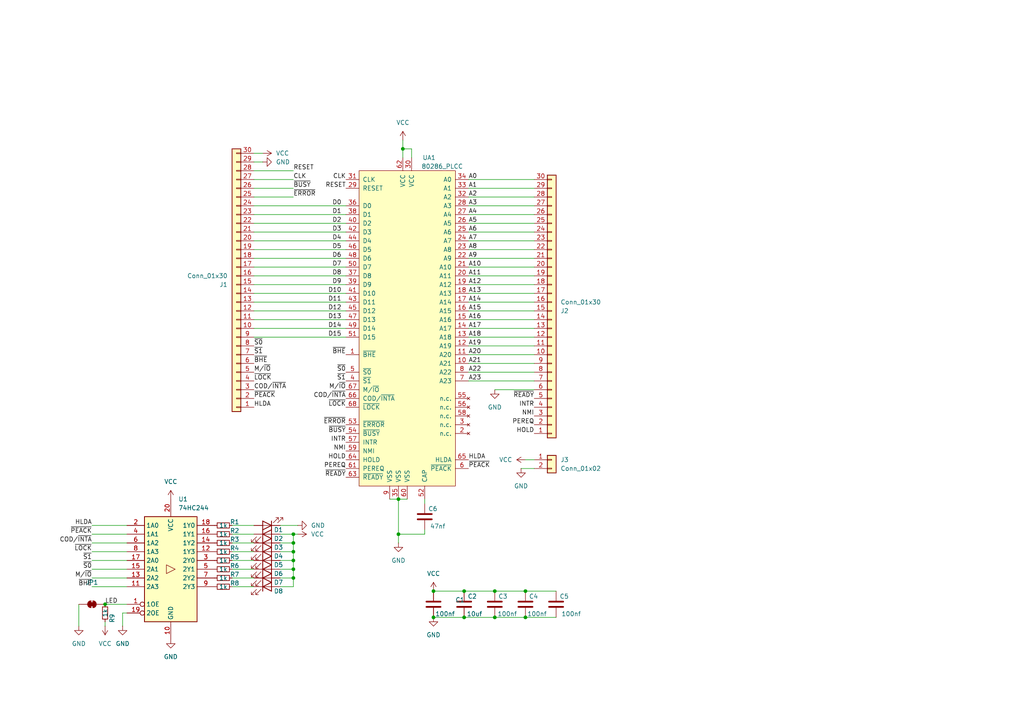
<source format=kicad_sch>
(kicad_sch (version 20231120) (generator "eeschema") (generator_version "8.0")
  (paper "A4")
  (lib_symbols
    (symbol "74xx:74HC244"
      (property "Reference" "U" (at -7.62 16.51 0))
      (property "Value" "74HC244" (at -7.62 -16.51 0))
      (symbol "74HC244_1_0"
        (polyline (pts (xy 1.27 0) (xy -1.27 1.27) (xy -1.27 -1.27) (xy 1.27 0)) (stroke (width 0.1524)))
        (pin input inverted (at -12.7 -10.16 0) (length 5.08) (name "1OE") (number "1"))
        (pin power_in line (at 0 -20.32 90) (length 5.08) (name "GND") (number "10"))
        (pin input line (at -12.7 -5.08 0) (length 5.08) (name "2A3") (number "11"))
        (pin tri_state line (at 12.7 5.08 180) (length 5.08) (name "1Y3") (number "12"))
        (pin input line (at -12.7 -2.54 0) (length 5.08) (name "2A2") (number "13"))
        (pin tri_state line (at 12.7 7.62 180) (length 5.08) (name "1Y2") (number "14"))
        (pin input line (at -12.7 0 0) (length 5.08) (name "2A1") (number "15"))
        (pin tri_state line (at 12.7 10.16 180) (length 5.08) (name "1Y1") (number "16"))
        (pin input line (at -12.7 2.54 0) (length 5.08) (name "2A0") (number "17"))
        (pin tri_state line (at 12.7 12.7 180) (length 5.08) (name "1Y0") (number "18"))
        (pin input inverted (at -12.7 -12.7 0) (length 5.08) (name "2OE") (number "19"))
        (pin input line (at -12.7 12.7 0) (length 5.08) (name "1A0") (number "2"))
        (pin power_in line (at 0 20.32 270) (length 5.08) (name "VCC") (number "20"))
        (pin tri_state line (at 12.7 2.54 180) (length 5.08) (name "2Y0") (number "3"))
        (pin input line (at -12.7 10.16 0) (length 5.08) (name "1A1") (number "4"))
        (pin tri_state line (at 12.7 0 180) (length 5.08) (name "2Y1") (number "5"))
        (pin input line (at -12.7 7.62 0) (length 5.08) (name "1A2") (number "6"))
        (pin tri_state line (at 12.7 -2.54 180) (length 5.08) (name "2Y2") (number "7"))
        (pin input line (at -12.7 5.08 0) (length 5.08) (name "1A3") (number "8"))
        (pin tri_state line (at 12.7 -5.08 180) (length 5.08) (name "2Y3") (number "9"))
      )
      (symbol "74HC244_1_1"
        (rectangle (start -7.62 15.24) (end 7.62 -15.24) (stroke (width 0.254)) (fill (type background)))
      )
    )
    (symbol "80286_plcc:80286_PLCC" (pin_names (offset 1.016))
      (property "Reference" "UA1" (at 20.32 3.81 0))
      (property "Value" "80286_PLCC" (at 24.13 1.27 0))
      (symbol "80286_PLCC_0_1"
        (rectangle (start 0 0) (end 27.94 -91.44) (fill (type background)))
      )
      (symbol "80286_PLCC_1_1"
        (pin tri_state line (at -3.81 -53.34 0) (length 3.81) (name "~{BHE}") (number "1"))
        (pin tri_state line (at 31.75 -55.88 180) (length 3.81) (name "A21") (number "10"))
        (pin tri_state line (at 31.75 -53.34 180) (length 3.81) (name "A20") (number "11"))
        (pin tri_state line (at 31.75 -50.8 180) (length 3.81) (name "A19") (number "12"))
        (pin tri_state line (at 31.75 -48.26 180) (length 3.81) (name "A18") (number "13"))
        (pin tri_state line (at 31.75 -45.72 180) (length 3.81) (name "A17") (number "14"))
        (pin tri_state line (at 31.75 -43.18 180) (length 3.81) (name "A16") (number "15"))
        (pin tri_state line (at 31.75 -40.64 180) (length 3.81) (name "A15") (number "16"))
        (pin tri_state line (at 31.75 -38.1 180) (length 3.81) (name "A14") (number "17"))
        (pin tri_state line (at 31.75 -35.56 180) (length 3.81) (name "A13") (number "18"))
        (pin tri_state line (at 31.75 -33.02 180) (length 3.81) (name "A12") (number "19"))
        (pin no_connect line (at 31.75 -76.2 180) (length 3.81) (name "n.c.") (number "2"))
        (pin tri_state line (at 31.75 -30.48 180) (length 3.81) (name "A11") (number "20"))
        (pin tri_state line (at 31.75 -27.94 180) (length 3.81) (name "A10") (number "21"))
        (pin tri_state line (at 31.75 -25.4 180) (length 3.81) (name "A9") (number "22"))
        (pin tri_state line (at 31.75 -22.86 180) (length 3.81) (name "A8") (number "23"))
        (pin tri_state line (at 31.75 -20.32 180) (length 3.81) (name "A7") (number "24"))
        (pin tri_state line (at 31.75 -17.78 180) (length 3.81) (name "A6") (number "25"))
        (pin tri_state line (at 31.75 -15.24 180) (length 3.81) (name "A5") (number "26"))
        (pin tri_state line (at 31.75 -12.7 180) (length 3.81) (name "A4") (number "27"))
        (pin tri_state line (at 31.75 -10.16 180) (length 3.81) (name "A3") (number "28"))
        (pin input line (at -3.81 -5.08 0) (length 3.81) (name "RESET") (number "29"))
        (pin no_connect line (at 31.75 -73.66 180) (length 3.81) (name "n.c.") (number "3"))
        (pin power_in line (at 15.24 3.81 270) (length 3.81) (name "VCC") (number "30"))
        (pin input line (at -3.81 -2.54 0) (length 3.81) (name "CLK") (number "31"))
        (pin tri_state line (at 31.75 -7.62 180) (length 3.81) (name "A2") (number "32"))
        (pin tri_state line (at 31.75 -5.08 180) (length 3.81) (name "A1") (number "33"))
        (pin tri_state line (at 31.75 -2.54 180) (length 3.81) (name "A0") (number "34"))
        (pin power_in line (at 11.43 -95.25 90) (length 3.81) (name "VSS") (number "35"))
        (pin bidirectional line (at -3.81 -10.16 0) (length 3.81) (name "D0") (number "36"))
        (pin bidirectional line (at -3.81 -30.48 0) (length 3.81) (name "D8") (number "37"))
        (pin bidirectional line (at -3.81 -12.7 0) (length 3.81) (name "D1") (number "38"))
        (pin bidirectional line (at -3.81 -33.02 0) (length 3.81) (name "D9") (number "39"))
        (pin tri_state line (at -3.81 -60.96 0) (length 3.81) (name "~{S1}") (number "4"))
        (pin bidirectional line (at -3.81 -15.24 0) (length 3.81) (name "D2") (number "40"))
        (pin bidirectional line (at -3.81 -35.56 0) (length 3.81) (name "D10") (number "41"))
        (pin bidirectional line (at -3.81 -17.78 0) (length 3.81) (name "D3") (number "42"))
        (pin bidirectional line (at -3.81 -38.1 0) (length 3.81) (name "D11") (number "43"))
        (pin bidirectional line (at -3.81 -20.32 0) (length 3.81) (name "D4") (number "44"))
        (pin bidirectional line (at -3.81 -40.64 0) (length 3.81) (name "D12") (number "45"))
        (pin bidirectional line (at -3.81 -22.86 0) (length 3.81) (name "D5") (number "46"))
        (pin bidirectional line (at -3.81 -43.18 0) (length 3.81) (name "D13") (number "47"))
        (pin bidirectional line (at -3.81 -25.4 0) (length 3.81) (name "D6") (number "48"))
        (pin bidirectional line (at -3.81 -45.72 0) (length 3.81) (name "D14") (number "49"))
        (pin tri_state line (at -3.81 -58.42 0) (length 3.81) (name "~{S0}") (number "5"))
        (pin bidirectional line (at -3.81 -27.94 0) (length 3.81) (name "D7") (number "50"))
        (pin bidirectional line (at -3.81 -48.26 0) (length 3.81) (name "D15") (number "51"))
        (pin passive line (at 19.05 -95.25 90) (length 3.81) (name "CAP") (number "52"))
        (pin input line (at -3.81 -73.66 0) (length 3.81) (name "~{ERROR}") (number "53"))
        (pin input line (at -3.81 -76.2 0) (length 3.81) (name "~{BUSY}") (number "54"))
        (pin no_connect line (at 31.75 -66.04 180) (length 3.81) (name "n.c.") (number "55"))
        (pin no_connect line (at 31.75 -68.58 180) (length 3.81) (name "n.c.") (number "56"))
        (pin input line (at -3.81 -78.74 0) (length 3.81) (name "INTR") (number "57"))
        (pin no_connect line (at 31.75 -71.12 180) (length 3.81) (name "n.c.") (number "58"))
        (pin input line (at -3.81 -81.28 0) (length 3.81) (name "NMI") (number "59"))
        (pin tri_state line (at 31.75 -86.36 180) (length 3.81) (name "~{PEACK}") (number "6"))
        (pin power_in line (at 13.97 -95.25 90) (length 3.81) (name "VSS") (number "60"))
        (pin input line (at -3.81 -86.36 0) (length 3.81) (name "PEREQ") (number "61"))
        (pin power_in line (at 12.7 3.81 270) (length 3.81) (name "VCC") (number "62"))
        (pin input line (at -3.81 -88.9 0) (length 3.81) (name "~{READY}") (number "63"))
        (pin input line (at -3.81 -83.82 0) (length 3.81) (name "HOLD") (number "64"))
        (pin output line (at 31.75 -83.82 180) (length 3.81) (name "HLDA") (number "65"))
        (pin tri_state line (at -3.81 -66.04 0) (length 3.81) (name "COD/~{INTA}") (number "66"))
        (pin tri_state line (at -3.81 -63.5 0) (length 3.81) (name "M/~{IO}") (number "67"))
        (pin tri_state line (at -3.81 -68.58 0) (length 3.81) (name "~{LOCK}") (number "68"))
        (pin tri_state line (at 31.75 -60.96 180) (length 3.81) (name "A23") (number "7"))
        (pin tri_state line (at 31.75 -58.42 180) (length 3.81) (name "A22") (number "8"))
        (pin power_in line (at 8.89 -95.25 90) (length 3.81) (name "VSS") (number "9"))
      )
    )
    (symbol "Connector_Generic:Conn_01x02" (pin_names (offset 1.016) hide)
      (property "Reference" "J" (at 0 2.54 0))
      (property "Value" "Conn_01x02" (at 0 -5.08 0))
      (symbol "Conn_01x02_1_1"
        (rectangle (start -1.27 -2.413) (end 0 -2.667) (stroke (width 0.1524)))
        (rectangle (start -1.27 0.127) (end 0 -0.127) (stroke (width 0.1524)))
        (rectangle (start -1.27 1.27) (end 1.27 -3.81) (stroke (width 0.254)) (fill (type background)))
        (pin passive line (at -5.08 0 0) (length 3.81) (name "Pin_1") (number "1"))
        (pin passive line (at -5.08 -2.54 0) (length 3.81) (name "Pin_2") (number "2"))
      )
    )
    (symbol "Connector_Generic:Conn_01x30" (pin_names (offset 1.016) hide)
      (property "Reference" "J" (at 0 38.1 0))
      (property "Value" "Conn_01x30" (at 0 -40.64 0))
      (symbol "Conn_01x30_1_1"
        (rectangle (start -1.27 -37.973) (end 0 -38.227) (stroke (width 0.1524)))
        (rectangle (start -1.27 -35.433) (end 0 -35.687) (stroke (width 0.1524)))
        (rectangle (start -1.27 -32.893) (end 0 -33.147) (stroke (width 0.1524)))
        (rectangle (start -1.27 -30.353) (end 0 -30.607) (stroke (width 0.1524)))
        (rectangle (start -1.27 -27.813) (end 0 -28.067) (stroke (width 0.1524)))
        (rectangle (start -1.27 -25.273) (end 0 -25.527) (stroke (width 0.1524)))
        (rectangle (start -1.27 -22.733) (end 0 -22.987) (stroke (width 0.1524)))
        (rectangle (start -1.27 -20.193) (end 0 -20.447) (stroke (width 0.1524)))
        (rectangle (start -1.27 -17.653) (end 0 -17.907) (stroke (width 0.1524)))
        (rectangle (start -1.27 -15.113) (end 0 -15.367) (stroke (width 0.1524)))
        (rectangle (start -1.27 -12.573) (end 0 -12.827) (stroke (width 0.1524)))
        (rectangle (start -1.27 -10.033) (end 0 -10.287) (stroke (width 0.1524)))
        (rectangle (start -1.27 -7.493) (end 0 -7.747) (stroke (width 0.1524)))
        (rectangle (start -1.27 -4.953) (end 0 -5.207) (stroke (width 0.1524)))
        (rectangle (start -1.27 -2.413) (end 0 -2.667) (stroke (width 0.1524)))
        (rectangle (start -1.27 0.127) (end 0 -0.127) (stroke (width 0.1524)))
        (rectangle (start -1.27 2.667) (end 0 2.413) (stroke (width 0.1524)))
        (rectangle (start -1.27 5.207) (end 0 4.953) (stroke (width 0.1524)))
        (rectangle (start -1.27 7.747) (end 0 7.493) (stroke (width 0.1524)))
        (rectangle (start -1.27 10.287) (end 0 10.033) (stroke (width 0.1524)))
        (rectangle (start -1.27 12.827) (end 0 12.573) (stroke (width 0.1524)))
        (rectangle (start -1.27 15.367) (end 0 15.113) (stroke (width 0.1524)))
        (rectangle (start -1.27 17.907) (end 0 17.653) (stroke (width 0.1524)))
        (rectangle (start -1.27 20.447) (end 0 20.193) (stroke (width 0.1524)))
        (rectangle (start -1.27 22.987) (end 0 22.733) (stroke (width 0.1524)))
        (rectangle (start -1.27 25.527) (end 0 25.273) (stroke (width 0.1524)))
        (rectangle (start -1.27 28.067) (end 0 27.813) (stroke (width 0.1524)))
        (rectangle (start -1.27 30.607) (end 0 30.353) (stroke (width 0.1524)))
        (rectangle (start -1.27 33.147) (end 0 32.893) (stroke (width 0.1524)))
        (rectangle (start -1.27 35.687) (end 0 35.433) (stroke (width 0.1524)))
        (rectangle (start -1.27 36.83) (end 1.27 -39.37) (stroke (width 0.254)) (fill (type background)))
        (pin passive line (at -5.08 35.56 0) (length 3.81) (name "Pin_1") (number "1"))
        (pin passive line (at -5.08 12.7 0) (length 3.81) (name "Pin_10") (number "10"))
        (pin passive line (at -5.08 10.16 0) (length 3.81) (name "Pin_11") (number "11"))
        (pin passive line (at -5.08 7.62 0) (length 3.81) (name "Pin_12") (number "12"))
        (pin passive line (at -5.08 5.08 0) (length 3.81) (name "Pin_13") (number "13"))
        (pin passive line (at -5.08 2.54 0) (length 3.81) (name "Pin_14") (number "14"))
        (pin passive line (at -5.08 0 0) (length 3.81) (name "Pin_15") (number "15"))
        (pin passive line (at -5.08 -2.54 0) (length 3.81) (name "Pin_16") (number "16"))
        (pin passive line (at -5.08 -5.08 0) (length 3.81) (name "Pin_17") (number "17"))
        (pin passive line (at -5.08 -7.62 0) (length 3.81) (name "Pin_18") (number "18"))
        (pin passive line (at -5.08 -10.16 0) (length 3.81) (name "Pin_19") (number "19"))
        (pin passive line (at -5.08 33.02 0) (length 3.81) (name "Pin_2") (number "2"))
        (pin passive line (at -5.08 -12.7 0) (length 3.81) (name "Pin_20") (number "20"))
        (pin passive line (at -5.08 -15.24 0) (length 3.81) (name "Pin_21") (number "21"))
        (pin passive line (at -5.08 -17.78 0) (length 3.81) (name "Pin_22") (number "22"))
        (pin passive line (at -5.08 -20.32 0) (length 3.81) (name "Pin_23") (number "23"))
        (pin passive line (at -5.08 -22.86 0) (length 3.81) (name "Pin_24") (number "24"))
        (pin passive line (at -5.08 -25.4 0) (length 3.81) (name "Pin_25") (number "25"))
        (pin passive line (at -5.08 -27.94 0) (length 3.81) (name "Pin_26") (number "26"))
        (pin passive line (at -5.08 -30.48 0) (length 3.81) (name "Pin_27") (number "27"))
        (pin passive line (at -5.08 -33.02 0) (length 3.81) (name "Pin_28") (number "28"))
        (pin passive line (at -5.08 -35.56 0) (length 3.81) (name "Pin_29") (number "29"))
        (pin passive line (at -5.08 30.48 0) (length 3.81) (name "Pin_3") (number "3"))
        (pin passive line (at -5.08 -38.1 0) (length 3.81) (name "Pin_30") (number "30"))
        (pin passive line (at -5.08 27.94 0) (length 3.81) (name "Pin_4") (number "4"))
        (pin passive line (at -5.08 25.4 0) (length 3.81) (name "Pin_5") (number "5"))
        (pin passive line (at -5.08 22.86 0) (length 3.81) (name "Pin_6") (number "6"))
        (pin passive line (at -5.08 20.32 0) (length 3.81) (name "Pin_7") (number "7"))
        (pin passive line (at -5.08 17.78 0) (length 3.81) (name "Pin_8") (number "8"))
        (pin passive line (at -5.08 15.24 0) (length 3.81) (name "Pin_9") (number "9"))
      )
    )
    (symbol "Device:C" (pin_numbers hide) (pin_names (offset 0.254))
      (property "Reference" "C" (at 0.635 2.54 0))
      (property "Value" "C" (at 0.635 -2.54 0))
      (symbol "C_0_1"
        (polyline (pts (xy -2.032 -0.762) (xy 2.032 -0.762)) (stroke (width 0.508)))
        (polyline (pts (xy -2.032 0.762) (xy 2.032 0.762)) (stroke (width 0.508)))
      )
      (symbol "C_1_1"
        (pin passive line (at 0 3.81 270) (length 2.794) (name "~") (number "1"))
        (pin passive line (at 0 -3.81 90) (length 2.794) (name "~") (number "2"))
      )
    )
    (symbol "Device:LED" (pin_numbers hide) (pin_names (offset 1.016) hide)
      (property "Reference" "D" (at 0 2.54 0))
      (property "Value" "LED" (at 0 -2.54 0))
      (symbol "LED_0_1"
        (polyline (pts (xy -1.27 -1.27) (xy -1.27 1.27)) (stroke (width 0.254)))
        (polyline (pts (xy -1.27 0) (xy 1.27 0)))
        (polyline (pts (xy 1.27 -1.27) (xy 1.27 1.27) (xy -1.27 0) (xy 1.27 -1.27)) (stroke (width 0.254)))
        (polyline (pts (xy -3.048 -0.762) (xy -4.572 -2.286) (xy -3.81 -2.286) (xy -4.572 -2.286) (xy -4.572 -1.524)))
        (polyline (pts (xy -1.778 -0.762) (xy -3.302 -2.286) (xy -2.54 -2.286) (xy -3.302 -2.286) (xy -3.302 -1.524)))
      )
      (symbol "LED_1_1"
        (pin passive line (at -3.81 0 0) (length 2.54) (name "K") (number "1"))
        (pin passive line (at 3.81 0 180) (length 2.54) (name "A") (number "2"))
      )
    )
    (symbol "Device:R_Small" (pin_numbers hide) (pin_names (offset 0.254) hide)
      (property "Reference" "R" (at 0.762 0.508 0))
      (property "Value" "R_Small" (at 0.762 -1.016 0))
      (symbol "R_Small_0_1"
        (rectangle (start -0.762 1.778) (end 0.762 -1.778) (stroke (width 0.2032)))
      )
      (symbol "R_Small_1_1"
        (pin passive line (at 0 2.54 270) (length 0.762) (name "~") (number "1"))
        (pin passive line (at 0 -2.54 90) (length 0.762) (name "~") (number "2"))
      )
    )
    (symbol "Jumper:SolderJumper_2_Bridged" (pin_numbers hide) (pin_names (offset 0) hide) (exclude_from_sim yes) (in_bom no)
      (property "Reference" "JP" (at 0 2.032 0))
      (property "Value" "SolderJumper_2_Bridged" (at 0 -2.54 0))
      (symbol "SolderJumper_2_Bridged_0_1"
        (rectangle (start -0.508 0.508) (end 0.508 -0.508) (fill (type outline)))
        (arc (start -0.254 1.016) (mid -1.2656 0) (end -0.254 -1.016))
        (arc (start -0.254 1.016) (mid -1.2656 0) (end -0.254 -1.016) (fill (type outline)))
        (polyline (pts (xy -0.254 1.016) (xy -0.254 -1.016)))
        (polyline (pts (xy 0.254 1.016) (xy 0.254 -1.016)))
        (arc (start 0.254 -1.016) (mid 1.2656 0) (end 0.254 1.016))
        (arc (start 0.254 -1.016) (mid 1.2656 0) (end 0.254 1.016) (fill (type outline)))
      )
      (symbol "SolderJumper_2_Bridged_1_1"
        (pin passive line (at -3.81 0 0) (length 2.54) (name "A") (number "1"))
        (pin passive line (at 3.81 0 180) (length 2.54) (name "B") (number "2"))
      )
    )
    (symbol "power:GND" (power) (pin_numbers hide) (pin_names (offset 0) hide)
      (property "Value" "GND" (at 0 -3.81 0))
      (symbol "GND_0_1"
        (polyline (pts (xy 0 0) (xy 0 -1.27) (xy 1.27 -1.27) (xy 0 -2.54) (xy -1.27 -1.27) (xy 0 -1.27)))
      )
      (symbol "GND_1_1"
        (pin power_in line (at 0 0 270) (length 0) (name "~") (number "1"))
      )
    )
    (symbol "power:VCC" (power) (pin_numbers hide) (pin_names (offset 0) hide)
      (property "Value" "VCC" (at 0 3.556 0))
      (symbol "VCC_0_1"
        (polyline (pts (xy -0.762 1.27) (xy 0 2.54)))
        (polyline (pts (xy 0 0) (xy 0 2.54)))
        (polyline (pts (xy 0 2.54) (xy 0.762 1.27)))
      )
      (symbol "VCC_1_1"
        (pin power_in line (at 0 0 90) (length 0) (name "~") (number "1"))
      )
    )
  )
  (junction (at 30.48 175.26))
  (junction (at 152.4 179.07))
  (junction (at 125.73 179.07))
  (junction (at 85.09 157.48))
  (junction (at 134.62 171.45))
  (junction (at 85.09 160.02))
  (junction (at 85.09 165.1))
  (junction (at 143.51 179.07))
  (junction (at 134.62 179.07))
  (junction (at 85.09 162.56))
  (junction (at 85.09 167.64))
  (junction (at 85.09 154.94))
  (junction (at 115.57 154.94))
  (junction (at 143.51 171.45))
  (junction (at 125.73 171.45))
  (junction (at 116.84 43.18))
  (junction (at 115.57 144.78))
  (junction (at 152.4 171.45))
  (wire (pts (xy 154.94 102.87) (xy 135.89 102.87)))
  (wire (pts (xy 73.66 54.61) (xy 85.09 54.61)))
  (wire (pts (xy 73.66 64.77) (xy 100.33 64.77)))
  (wire (pts (xy 73.66 157.48) (xy 67.31 157.48)))
  (wire (pts (xy 152.4 133.35) (xy 154.94 133.35)))
  (wire (pts (xy 154.94 77.47) (xy 135.89 77.47)))
  (wire (pts (xy 73.66 154.94) (xy 67.31 154.94)))
  (wire (pts (xy 125.73 171.45) (xy 134.62 171.45)))
  (wire (pts (xy 154.94 90.17) (xy 135.89 90.17)))
  (wire (pts (xy 154.94 72.39) (xy 135.89 72.39)))
  (wire (pts (xy 36.83 177.8) (xy 35.56 177.8)))
  (wire (pts (xy 85.09 162.56) (xy 85.09 165.1)))
  (wire (pts (xy 85.09 157.48) (xy 81.28 157.48)))
  (wire (pts (xy 35.56 177.8) (xy 35.56 181.61)))
  (wire (pts (xy 73.66 85.09) (xy 100.33 85.09)))
  (wire (pts (xy 154.94 64.77) (xy 135.89 64.77)))
  (wire (pts (xy 154.94 62.23) (xy 135.89 62.23)))
  (wire (pts (xy 85.09 170.18) (xy 81.28 170.18)))
  (wire (pts (xy 154.94 52.07) (xy 135.89 52.07)))
  (wire (pts (xy 73.66 90.17) (xy 100.33 90.17)))
  (wire (pts (xy 73.66 82.55) (xy 100.33 82.55)))
  (wire (pts (xy 154.94 67.31) (xy 135.89 67.31)))
  (wire (pts (xy 26.67 152.4) (xy 36.83 152.4)))
  (wire (pts (xy 143.51 179.07) (xy 152.4 179.07)))
  (wire (pts (xy 143.51 171.45) (xy 152.4 171.45)))
  (wire (pts (xy 154.94 82.55) (xy 135.89 82.55)))
  (wire (pts (xy 85.09 157.48) (xy 85.09 160.02)))
  (wire (pts (xy 73.66 162.56) (xy 67.31 162.56)))
  (wire (pts (xy 113.03 144.78) (xy 115.57 144.78)))
  (wire (pts (xy 154.94 95.25) (xy 135.89 95.25)))
  (wire (pts (xy 73.66 167.64) (xy 67.31 167.64)))
  (wire (pts (xy 123.19 153.67) (xy 123.19 154.94)))
  (wire (pts (xy 85.09 160.02) (xy 81.28 160.02)))
  (wire (pts (xy 73.66 74.93) (xy 100.33 74.93)))
  (wire (pts (xy 26.67 170.18) (xy 36.83 170.18)))
  (wire (pts (xy 154.94 85.09) (xy 135.89 85.09)))
  (wire (pts (xy 73.66 69.85) (xy 100.33 69.85)))
  (wire (pts (xy 115.57 144.78) (xy 115.57 154.94)))
  (wire (pts (xy 73.66 77.47) (xy 100.33 77.47)))
  (wire (pts (xy 85.09 154.94) (xy 81.28 154.94)))
  (wire (pts (xy 85.09 167.64) (xy 85.09 170.18)))
  (wire (pts (xy 85.09 160.02) (xy 85.09 162.56)))
  (wire (pts (xy 30.48 175.26) (xy 36.83 175.26)))
  (wire (pts (xy 154.94 97.79) (xy 135.89 97.79)))
  (wire (pts (xy 73.66 80.01) (xy 100.33 80.01)))
  (wire (pts (xy 115.57 157.48) (xy 115.57 154.94)))
  (wire (pts (xy 134.62 171.45) (xy 143.51 171.45)))
  (wire (pts (xy 115.57 144.78) (xy 118.11 144.78)))
  (wire (pts (xy 73.66 152.4) (xy 67.31 152.4)))
  (wire (pts (xy 26.67 157.48) (xy 36.83 157.48)))
  (wire (pts (xy 152.4 171.45) (xy 161.29 171.45)))
  (wire (pts (xy 115.57 154.94) (xy 123.19 154.94)))
  (wire (pts (xy 85.09 167.64) (xy 81.28 167.64)))
  (wire (pts (xy 26.67 167.64) (xy 36.83 167.64)))
  (wire (pts (xy 151.13 135.89) (xy 154.94 135.89)))
  (wire (pts (xy 154.94 87.63) (xy 135.89 87.63)))
  (wire (pts (xy 73.66 59.69) (xy 100.33 59.69)))
  (wire (pts (xy 119.38 43.18) (xy 119.38 45.72)))
  (wire (pts (xy 73.66 57.15) (xy 85.09 57.15)))
  (wire (pts (xy 154.94 57.15) (xy 135.89 57.15)))
  (wire (pts (xy 123.19 144.78) (xy 123.19 146.05)))
  (wire (pts (xy 154.94 92.71) (xy 135.89 92.71)))
  (wire (pts (xy 154.94 59.69) (xy 135.89 59.69)))
  (wire (pts (xy 116.84 43.18) (xy 116.84 45.72)))
  (wire (pts (xy 154.94 107.95) (xy 135.89 107.95)))
  (wire (pts (xy 125.73 179.07) (xy 134.62 179.07)))
  (wire (pts (xy 73.66 72.39) (xy 100.33 72.39)))
  (wire (pts (xy 116.84 43.18) (xy 119.38 43.18)))
  (wire (pts (xy 85.09 165.1) (xy 81.28 165.1)))
  (wire (pts (xy 154.94 110.49) (xy 135.89 110.49)))
  (wire (pts (xy 73.66 46.99) (xy 76.2 46.99)))
  (wire (pts (xy 73.66 49.53) (xy 85.09 49.53)))
  (wire (pts (xy 26.67 162.56) (xy 36.83 162.56)))
  (wire (pts (xy 26.67 154.94) (xy 36.83 154.94)))
  (wire (pts (xy 154.94 74.93) (xy 135.89 74.93)))
  (wire (pts (xy 85.09 165.1) (xy 85.09 167.64)))
  (wire (pts (xy 73.66 97.79) (xy 100.33 97.79)))
  (wire (pts (xy 116.84 40.64) (xy 116.84 43.18)))
  (wire (pts (xy 73.66 165.1) (xy 67.31 165.1)))
  (wire (pts (xy 81.28 152.4) (xy 86.36 152.4)))
  (wire (pts (xy 73.66 170.18) (xy 67.31 170.18)))
  (wire (pts (xy 26.67 165.1) (xy 36.83 165.1)))
  (wire (pts (xy 152.4 179.07) (xy 161.29 179.07)))
  (wire (pts (xy 73.66 92.71) (xy 100.33 92.71)))
  (wire (pts (xy 73.66 52.07) (xy 85.09 52.07)))
  (wire (pts (xy 85.09 154.94) (xy 85.09 157.48)))
  (wire (pts (xy 154.94 105.41) (xy 135.89 105.41)))
  (wire (pts (xy 73.66 160.02) (xy 67.31 160.02)))
  (wire (pts (xy 22.86 175.26) (xy 22.86 181.61)))
  (wire (pts (xy 73.66 95.25) (xy 100.33 95.25)))
  (wire (pts (xy 73.66 44.45) (xy 76.2 44.45)))
  (wire (pts (xy 134.62 179.07) (xy 143.51 179.07)))
  (wire (pts (xy 154.94 54.61) (xy 135.89 54.61)))
  (wire (pts (xy 143.51 113.03) (xy 154.94 113.03)))
  (wire (pts (xy 73.66 87.63) (xy 100.33 87.63)))
  (wire (pts (xy 154.94 80.01) (xy 135.89 80.01)))
  (wire (pts (xy 73.66 62.23) (xy 100.33 62.23)))
  (wire (pts (xy 26.67 160.02) (xy 36.83 160.02)))
  (wire (pts (xy 73.66 67.31) (xy 100.33 67.31)))
  (wire (pts (xy 30.48 181.61) (xy 30.48 180.34)))
  (wire (pts (xy 85.09 154.94) (xy 86.36 154.94)))
  (wire (pts (xy 85.09 162.56) (xy 81.28 162.56)))
  (wire (pts (xy 154.94 69.85) (xy 135.89 69.85)))
  (wire (pts (xy 154.94 100.33) (xy 135.89 100.33)))
  (label "D15" (at 99.06 97.79 180))
  (label "~{PEACK}" (at 73.66 115.57 0))
  (label "A21" (at 135.89 105.41 0))
  (label "D10" (at 99.06 85.09 180))
  (label "INTR" (at 154.94 118.11 180))
  (label "~{PEACK}" (at 135.89 135.89 0))
  (label "INTR" (at 100.33 128.27 180))
  (label "~{S0}" (at 73.66 100.33 0))
  (label "D9" (at 99.06 82.55 180))
  (label "A17" (at 135.89 95.25 0))
  (label "D7" (at 99.06 77.47 180))
  (label "HOLD" (at 154.94 125.73 180))
  (label "A5" (at 135.89 64.77 0))
  (label "M{slash}~{IO}" (at 73.66 107.95 0))
  (label "A12" (at 135.89 82.55 0))
  (label "~{BHE}" (at 26.67 170.18 180))
  (label "RESET" (at 100.33 54.61 180))
  (label "A3" (at 135.89 59.69 0))
  (label "A8" (at 135.89 72.39 0))
  (label "COD{slash}~{INTA}" (at 26.67 157.48 180))
  (label "A22" (at 135.89 107.95 0))
  (label "D0" (at 99.06 59.69 180))
  (label "~{LOCK}" (at 73.66 110.49 0))
  (label "RESET" (at 85.09 49.53 0))
  (label "CLK" (at 100.33 52.07 180))
  (label "HLDA" (at 135.89 133.35 0))
  (label "D13" (at 99.06 92.71 180))
  (label "A6" (at 135.89 67.31 0))
  (label "~{S1}" (at 73.66 102.87 0))
  (label "~{READY}" (at 154.94 115.57 180))
  (label "~{LOCK}" (at 100.33 118.11 180))
  (label "PEREQ" (at 100.33 135.89 180))
  (label "D4" (at 99.06 69.85 180))
  (label "~{BHE}" (at 73.66 105.41 0))
  (label "D1" (at 99.06 62.23 180))
  (label "A9" (at 135.89 74.93 0))
  (label "A7" (at 135.89 69.85 0))
  (label "HLDA" (at 26.67 152.4 180))
  (label "~{READY}" (at 100.33 138.43 180))
  (label "M{slash}~{IO}" (at 26.67 167.64 180))
  (label "A11" (at 135.89 80.01 0))
  (label "HOLD" (at 100.33 133.35 180))
  (label "CLK" (at 85.09 52.07 0))
  (label "LED" (at 30.48 175.26 0))
  (label "COD{slash}~{INTA}" (at 73.66 113.03 0))
  (label "A0" (at 135.89 52.07 0))
  (label "~{ERROR}" (at 100.33 123.19 180))
  (label "D8" (at 99.06 80.01 180))
  (label "M{slash}~{IO}" (at 100.33 113.03 180))
  (label "A1" (at 135.89 54.61 0))
  (label "~{S0}" (at 26.67 165.1 180))
  (label "~{PEACK}" (at 26.67 154.94 180))
  (label "A14" (at 135.89 87.63 0))
  (label "~{ERROR}" (at 85.09 57.15 0))
  (label "~{BUSY}" (at 100.33 125.73 180))
  (label "A19" (at 135.89 100.33 0))
  (label "A10" (at 135.89 77.47 0))
  (label "~{S0}" (at 100.33 107.95 180))
  (label "NMI" (at 100.33 130.81 180))
  (label "D11" (at 99.06 87.63 180))
  (label "D2" (at 99.06 64.77 180))
  (label "D14" (at 99.06 95.25 180))
  (label "~{BUSY}" (at 85.09 54.61 0))
  (label "D5" (at 99.06 72.39 180))
  (label "D3" (at 99.06 67.31 180))
  (label "A2" (at 135.89 57.15 0))
  (label "A23" (at 135.89 110.49 0))
  (label "~{S1}" (at 100.33 110.49 180))
  (label "~{S1}" (at 26.67 162.56 180))
  (label "HLDA" (at 73.66 118.11 0))
  (label "D6" (at 99.06 74.93 180))
  (label "NMI" (at 154.94 120.65 180))
  (label "A13" (at 135.89 85.09 0))
  (label "~{LOCK}" (at 26.67 160.02 180))
  (label "A18" (at 135.89 97.79 0))
  (label "A20" (at 135.89 102.87 0))
  (label "COD{slash}~{INTA}" (at 100.33 115.57 180))
  (label "~{BHE}" (at 100.33 102.87 180))
  (label "A16" (at 135.89 92.71 0))
  (label "A4" (at 135.89 62.23 0))
  (label "D12" (at 99.06 90.17 180))
  (label "A15" (at 135.89 90.17 0))
  (label "PEREQ" (at 154.94 123.19 180))
  (symbol (lib_id "Device:R_Small") (at 64.77 167.64 270) (unit 1)
    (property "Reference" "R7" (at 68.072 166.624 90))
    (property "Value" "1k" (at 64.77 167.64 90))
    (property "Footprint" "Resistor_SMD:R_0402_1005Metric" (effects (hide yes)))
    (property "Description" "Resistor, small symbol" (effects (hide yes)))
  )
  (symbol (lib_id "power:VCC") (at 152.4 133.35 90) (mirror x) (unit 1)
    (property "Reference" "#PWR16" (effects (hide yes)))
    (property "Value" "VCC" (at 148.59 133.3499 90) (effects (justify left)))
    (property "Description" "Power symbol creates a global label with name \"VCC\"" (effects (hide yes)))
  )
  (symbol (lib_id "Device:LED") (at 77.47 160.02 0) (unit 1)
    (property "Reference" "D4" (at 80.772 161.29 0))
    (property "Value" "HLDA" (effects (hide yes)))
    (property "Footprint" "LED_SMD:LED_0603_1608Metric" (effects (hide yes)))
    (property "Description" "Light emitting diode" (effects (hide yes)))
  )
  (symbol (lib_id "Connector_Generic:Conn_01x30") (at 68.58 82.55 180) (unit 1)
    (property "Reference" "J1" (at 66.04 82.5501 0) (effects (justify left)))
    (property "Value" "Conn_01x30" (at 66.04 80.0101 0) (effects (justify left)))
    (property "Footprint" "Connector_PinHeader_2.54mm:PinHeader_1x30_P2.54mm_Vertical_SMD_Pin1Left" (effects (hide yes)))
    (property "Description" "Generic connector, single row, 01x30, script generated (kicad-library-utils/schlib/autogen/connector/)" (effects (hide yes)))
  )
  (symbol (lib_id "Connector_Generic:Conn_01x30") (at 160.02 90.17 0) (mirror x) (unit 1)
    (property "Reference" "J2" (at 162.56 90.1701 0) (effects (justify left)))
    (property "Value" "Conn_01x30" (at 162.56 87.6301 0) (effects (justify left)))
    (property "Footprint" "Connector_PinHeader_2.54mm:PinHeader_1x30_P2.54mm_Vertical_SMD_Pin1Left" (effects (hide yes)))
    (property "Description" "Generic connector, single row, 01x30, script generated (kicad-library-utils/schlib/autogen/connector/)" (effects (hide yes)))
  )
  (symbol (lib_id "Device:R_Small") (at 30.48 177.8 180) (unit 1)
    (property "Reference" "R9" (at 32.512 179.324 90))
    (property "Value" "1k" (at 30.48 177.8 90))
    (property "Footprint" "Resistor_SMD:R_0402_1005Metric_Pad0.72x0.64mm_HandSolder" (effects (hide yes)))
    (property "Description" "Resistor, small symbol" (effects (hide yes)))
  )
  (symbol (lib_id "power:GND") (at 143.51 113.03 0) (unit 1)
    (property "Reference" "#PWR12" (effects (hide yes)))
    (property "Value" "GND" (at 143.51 118.11 0))
    (property "Description" "Power symbol creates a global label with name \"GND\" , ground" (effects (hide yes)))
  )
  (symbol (lib_id "Device:C") (at 125.73 175.26 0) (unit 1)
    (property "Reference" "C1" (at 132.08 173.9899 0) (effects (justify left)))
    (property "Value" "100nf" (at 126.238 178.054 0) (effects (justify left)))
    (property "Footprint" "Capacitor_SMD:C_0805_2012Metric_Pad1.18x1.45mm_HandSolder" (effects (hide yes)))
    (property "Description" "Unpolarized capacitor" (effects (hide yes)))
  )
  (symbol (lib_id "power:VCC") (at 86.36 154.94 270) (unit 1)
    (property "Reference" "#PWR14" (effects (hide yes)))
    (property "Value" "VCC" (at 90.17 154.9399 90) (effects (justify left)))
    (property "Description" "Power symbol creates a global label with name \"VCC\"" (effects (hide yes)))
  )
  (symbol (lib_id "Device:R_Small") (at 64.77 154.94 270) (unit 1)
    (property "Reference" "R2" (at 68.072 153.924 90))
    (property "Value" "1k" (at 64.77 154.94 90))
    (property "Footprint" "Resistor_SMD:R_0402_1005Metric" (effects (hide yes)))
    (property "Description" "Resistor, small symbol" (effects (hide yes)))
  )
  (symbol (lib_id "Device:R_Small") (at 64.77 170.18 270) (unit 1)
    (property "Reference" "R8" (at 68.072 169.164 90))
    (property "Value" "1k" (at 64.77 170.18 90))
    (property "Footprint" "Resistor_SMD:R_0402_1005Metric" (effects (hide yes)))
    (property "Description" "Resistor, small symbol" (effects (hide yes)))
  )
  (symbol (lib_id "power:VCC") (at 76.2 44.45 270) (mirror x) (unit 1)
    (property "Reference" "#PWR3" (effects (hide yes)))
    (property "Value" "VCC" (at 80.01 44.4501 90) (effects (justify left)))
    (property "Description" "Power symbol creates a global label with name \"VCC\"" (effects (hide yes)))
  )
  (symbol (lib_id "power:VCC") (at 49.53 144.78 0) (unit 1)
    (property "Reference" "#PWR6" (effects (hide yes)))
    (property "Value" "VCC" (at 49.53 139.7 0))
    (property "Description" "Power symbol creates a global label with name \"VCC\"" (effects (hide yes)))
  )
  (symbol (lib_id "power:GND") (at 115.57 157.48 0) (unit 1)
    (property "Reference" "#PWR1" (effects (hide yes)))
    (property "Value" "GND" (at 115.57 162.56 0))
    (property "Description" "Power symbol creates a global label with name \"GND\" , ground" (effects (hide yes)))
  )
  (symbol (lib_id "power:GND") (at 22.86 181.61 0) (unit 1)
    (property "Reference" "#PWR9" (effects (hide yes)))
    (property "Value" "GND" (at 22.86 186.69 0))
    (property "Description" "Power symbol creates a global label with name \"GND\" , ground" (effects (hide yes)))
  )
  (symbol (lib_id "Device:R_Small") (at 64.77 152.4 270) (unit 1)
    (property "Reference" "R1" (at 68.072 151.384 90))
    (property "Value" "1k" (at 64.77 152.4 90))
    (property "Footprint" "Resistor_SMD:R_0402_1005Metric" (effects (hide yes)))
    (property "Description" "Resistor, small symbol" (effects (hide yes)))
  )
  (symbol (lib_id "power:GND") (at 86.36 152.4 90) (unit 1)
    (property "Reference" "#PWR13" (effects (hide yes)))
    (property "Value" "GND" (at 90.17 152.3999 90) (effects (justify right)))
    (property "Description" "Power symbol creates a global label with name \"GND\" , ground" (effects (hide yes)))
  )
  (symbol (lib_id "Device:R_Small") (at 64.77 165.1 270) (unit 1)
    (property "Reference" "R6" (at 68.072 164.084 90))
    (property "Value" "1k" (at 64.77 165.1 90))
    (property "Footprint" "Resistor_SMD:R_0402_1005Metric" (effects (hide yes)))
    (property "Description" "Resistor, small symbol" (effects (hide yes)))
  )
  (symbol (lib_id "power:VCC") (at 125.73 171.45 0) (unit 1)
    (property "Reference" "#PWR10" (effects (hide yes)))
    (property "Value" "VCC" (at 125.73 166.37 0))
    (property "Description" "Power symbol creates a global label with name \"VCC\"" (effects (hide yes)))
  )
  (symbol (lib_id "80286_plcc:80286_PLCC") (at 104.14 49.53 0) (unit 1)
    (property "Reference" "UA1" (at 124.46 45.72 0))
    (property "Value" "80286_PLCC" (at 128.27 48.26 0))
    (property "Footprint" "286_plcc_socket:PLCC-68_SMD-Socket" (effects (hide yes)))
  )
  (symbol (lib_id "Device:R_Small") (at 64.77 160.02 270) (unit 1)
    (property "Reference" "R4" (at 68.072 159.004 90))
    (property "Value" "1k" (at 64.77 160.02 90))
    (property "Footprint" "Resistor_SMD:R_0402_1005Metric" (effects (hide yes)))
    (property "Description" "Resistor, small symbol" (effects (hide yes)))
  )
  (symbol (lib_id "Connector_Generic:Conn_01x02") (at 160.02 133.35 0) (unit 1)
    (property "Reference" "J3" (at 162.56 133.3499 0) (effects (justify left)))
    (property "Value" "Conn_01x02" (at 162.56 135.8899 0) (effects (justify left)))
    (property "Footprint" "Connector_PinHeader_2.54mm:PinHeader_1x02_P2.54mm_Vertical" (effects (hide yes)))
    (property "Description" "Generic connector, single row, 01x02, script generated (kicad-library-utils/schlib/autogen/connector/)" (effects (hide yes)))
  )
  (symbol (lib_id "Device:LED") (at 77.47 162.56 0) (unit 1)
    (property "Reference" "D5" (at 80.772 163.83 0))
    (property "Value" "HLDA" (effects (hide yes)))
    (property "Footprint" "LED_SMD:LED_0603_1608Metric" (effects (hide yes)))
    (property "Description" "Light emitting diode" (effects (hide yes)))
  )
  (symbol (lib_id "Device:C") (at 134.62 175.26 0) (unit 1)
    (property "Reference" "C2" (at 135.636 172.974 0) (effects (justify left)))
    (property "Value" "10uf" (at 135.382 178.054 0) (effects (justify left)))
    (property "Footprint" "Capacitor_SMD:C_0805_2012Metric_Pad1.18x1.45mm_HandSolder" (effects (hide yes)))
    (property "Description" "Unpolarized capacitor" (effects (hide yes)))
  )
  (symbol (lib_id "Jumper:SolderJumper_2_Bridged") (at 26.67 175.26 0) (unit 1) (exclude_from_sim yes) (in_bom no)
    (property "Reference" "JP1" (at 26.67 168.91 0))
    (property "Value" "Bridged" (effects (hide yes)))
    (property "Footprint" "Jumper:SolderJumper-2_P1.3mm_Bridged_RoundedPad1.0x1.5mm" (effects (hide yes)))
    (property "Description" "Solder Jumper, 2-pole, closed/bridged" (effects (hide yes)))
  )
  (symbol (lib_id "Device:LED") (at 77.47 170.18 0) (unit 1)
    (property "Reference" "D8" (at 80.772 171.45 0))
    (property "Value" "HLDA" (effects (hide yes)))
    (property "Footprint" "LED_SMD:LED_0603_1608Metric" (effects (hide yes)))
    (property "Description" "Light emitting diode" (effects (hide yes)))
  )
  (symbol (lib_id "power:VCC") (at 116.84 40.64 0) (unit 1)
    (property "Reference" "#PWR2" (effects (hide yes)))
    (property "Value" "VCC" (at 116.84 35.56 0))
    (property "Description" "Power symbol creates a global label with name \"VCC\"" (effects (hide yes)))
  )
  (symbol (lib_id "power:GND") (at 49.53 185.42 0) (unit 1)
    (property "Reference" "#PWR5" (effects (hide yes)))
    (property "Value" "GND" (at 49.53 190.5 0))
    (property "Description" "Power symbol creates a global label with name \"GND\" , ground" (effects (hide yes)))
  )
  (symbol (lib_id "Device:LED") (at 77.47 154.94 0) (unit 1)
    (property "Reference" "D2" (at 80.772 156.21 0))
    (property "Value" "RED" (effects (hide yes)))
    (property "Footprint" "LED_SMD:LED_0603_1608Metric" (effects (hide yes)))
    (property "Description" "Light emitting diode" (effects (hide yes)))
  )
  (symbol (lib_id "Device:LED") (at 77.47 167.64 0) (unit 1)
    (property "Reference" "D7" (at 80.772 168.91 0))
    (property "Value" "HLDA" (effects (hide yes)))
    (property "Footprint" "LED_SMD:LED_0603_1608Metric" (effects (hide yes)))
    (property "Description" "Light emitting diode" (effects (hide yes)))
  )
  (symbol (lib_id "power:VCC") (at 30.48 181.61 180) (unit 1)
    (property "Reference" "#PWR8" (effects (hide yes)))
    (property "Value" "VCC" (at 30.48 186.69 0))
    (property "Description" "Power symbol creates a global label with name \"VCC\"" (effects (hide yes)))
  )
  (symbol (lib_id "power:GND") (at 76.2 46.99 90) (mirror x) (unit 1)
    (property "Reference" "#PWR4" (effects (hide yes)))
    (property "Value" "GND" (at 80.01 46.9901 90) (effects (justify right)))
    (property "Description" "Power symbol creates a global label with name \"GND\" , ground" (effects (hide yes)))
  )
  (symbol (lib_id "Device:LED") (at 77.47 152.4 180) (unit 1)
    (property "Reference" "D1" (at 80.772 153.67 0))
    (property "Value" "RED" (effects (hide yes)))
    (property "Footprint" "LED_SMD:LED_0603_1608Metric" (effects (hide yes)))
    (property "Description" "Light emitting diode" (effects (hide yes)))
  )
  (symbol (lib_id "power:GND") (at 35.56 181.61 0) (unit 1)
    (property "Reference" "#PWR7" (effects (hide yes)))
    (property "Value" "GND" (at 35.56 186.69 0))
    (property "Description" "Power symbol creates a global label with name \"GND\" , ground" (effects (hide yes)))
  )
  (symbol (lib_id "Device:C") (at 152.4 175.26 0) (unit 1)
    (property "Reference" "C4" (at 153.416 172.974 0) (effects (justify left)))
    (property "Value" "100nf" (at 152.908 178.054 0) (effects (justify left)))
    (property "Footprint" "Capacitor_SMD:C_0805_2012Metric_Pad1.18x1.45mm_HandSolder" (effects (hide yes)))
    (property "Description" "Unpolarized capacitor" (effects (hide yes)))
  )
  (symbol (lib_id "power:GND") (at 125.73 179.07 0) (unit 1)
    (property "Reference" "#PWR11" (effects (hide yes)))
    (property "Value" "GND" (at 125.73 184.15 0))
    (property "Description" "Power symbol creates a global label with name \"GND\" , ground" (effects (hide yes)))
  )
  (symbol (lib_id "Device:C") (at 123.19 149.86 0) (unit 1)
    (property "Reference" "C6" (at 124.206 147.574 0) (effects (justify left)))
    (property "Value" "47nf" (at 124.714 152.654 0) (effects (justify left)))
    (property "Footprint" "Capacitor_SMD:C_0805_2012Metric_Pad1.18x1.45mm_HandSolder" (effects (hide yes)))
    (property "Description" "Unpolarized capacitor" (effects (hide yes)))
  )
  (symbol (lib_id "power:GND") (at 151.13 135.89 0) (unit 1)
    (property "Reference" "#PWR17" (effects (hide yes)))
    (property "Value" "GND" (at 151.13 140.97 0))
    (property "Description" "Power symbol creates a global label with name \"GND\" , ground" (effects (hide yes)))
  )
  (symbol (lib_id "Device:C") (at 143.51 175.26 0) (unit 1)
    (property "Reference" "C3" (at 144.526 172.974 0) (effects (justify left)))
    (property "Value" "100nf" (at 144.272 178.054 0) (effects (justify left)))
    (property "Footprint" "Capacitor_SMD:C_0805_2012Metric_Pad1.18x1.45mm_HandSolder" (effects (hide yes)))
    (property "Description" "Unpolarized capacitor" (effects (hide yes)))
  )
  (symbol (lib_id "Device:C") (at 161.29 175.26 0) (unit 1)
    (property "Reference" "C5" (at 162.306 172.974 0) (effects (justify left)))
    (property "Value" "100nf" (at 162.814 178.054 0) (effects (justify left)))
    (property "Footprint" "Capacitor_SMD:C_0402_1005Metric_Pad0.74x0.62mm_HandSolder" (effects (hide yes)))
    (property "Description" "Unpolarized capacitor" (effects (hide yes)))
  )
  (symbol (lib_id "74xx:74HC244") (at 49.53 165.1 0) (unit 1)
    (property "Reference" "U1" (at 51.7241 144.78 0) (effects (justify left)))
    (property "Value" "74HC244" (at 51.7241 147.32 0) (effects (justify left)))
    (property "Datasheet" "https://assets.nexperia.com/documents/data-sheet/74HC_HCT244.pdf" (effects (hide yes)))
    (property "Description" "8-bit Buffer/Line Driver 3-state" (effects (hide yes)))
  )
  (symbol (lib_id "Device:R_Small") (at 64.77 157.48 270) (unit 1)
    (property "Reference" "R3" (at 68.072 156.464 90))
    (property "Value" "1k" (at 64.77 157.48 90))
    (property "Footprint" "Resistor_SMD:R_0402_1005Metric" (effects (hide yes)))
    (property "Description" "Resistor, small symbol" (effects (hide yes)))
  )
  (symbol (lib_id "Device:R_Small") (at 64.77 162.56 270) (unit 1)
    (property "Reference" "R5" (at 68.072 161.544 90))
    (property "Value" "1k" (at 64.77 162.56 90))
    (property "Footprint" "Resistor_SMD:R_0402_1005Metric" (effects (hide yes)))
    (property "Description" "Resistor, small symbol" (effects (hide yes)))
  )
  (symbol (lib_id "Device:LED") (at 77.47 165.1 0) (unit 1)
    (property "Reference" "D6" (at 80.772 166.37 0))
    (property "Value" "HLDA" (effects (hide yes)))
    (property "Footprint" "LED_SMD:LED_0603_1608Metric" (effects (hide yes)))
    (property "Description" "Light emitting diode" (effects (hide yes)))
  )
  (symbol (lib_id "Device:LED") (at 77.47 157.48 0) (unit 1)
    (property "Reference" "D3" (at 80.772 158.75 0))
    (property "Value" "HLDA" (effects (hide yes)))
    (property "Footprint" "LED_SMD:LED_0603_1608Metric" (effects (hide yes)))
    (property "Description" "Light emitting diode" (effects (hide yes)))
  )
)
</source>
